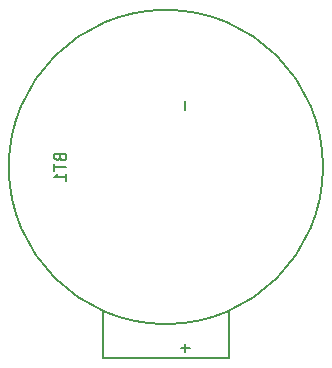
<source format=gbr>
G04 #@! TF.FileFunction,Legend,Bot*
%FSLAX46Y46*%
G04 Gerber Fmt 4.6, Leading zero omitted, Abs format (unit mm)*
G04 Created by KiCad (PCBNEW 4.0.6) date Sat Jun 24 19:56:57 2017*
%MOMM*%
%LPD*%
G01*
G04 APERTURE LIST*
%ADD10C,0.100000*%
%ADD11C,0.150000*%
G04 APERTURE END LIST*
D10*
D11*
X120370600Y-106375200D02*
X120370600Y-102311200D01*
X131102100Y-106362500D02*
X131102100Y-102336600D01*
X131090000Y-106370000D02*
X120370000Y-106370000D01*
X139030000Y-90170000D02*
G75*
G03X139030000Y-90170000I-13300000J0D01*
G01*
X116768571Y-89384286D02*
X116816190Y-89527143D01*
X116863810Y-89574762D01*
X116959048Y-89622381D01*
X117101905Y-89622381D01*
X117197143Y-89574762D01*
X117244762Y-89527143D01*
X117292381Y-89431905D01*
X117292381Y-89050952D01*
X116292381Y-89050952D01*
X116292381Y-89384286D01*
X116340000Y-89479524D01*
X116387619Y-89527143D01*
X116482857Y-89574762D01*
X116578095Y-89574762D01*
X116673333Y-89527143D01*
X116720952Y-89479524D01*
X116768571Y-89384286D01*
X116768571Y-89050952D01*
X116292381Y-89908095D02*
X116292381Y-90479524D01*
X117292381Y-90193809D02*
X116292381Y-90193809D01*
X117292381Y-91336667D02*
X117292381Y-90765238D01*
X117292381Y-91050952D02*
X116292381Y-91050952D01*
X116435238Y-90955714D01*
X116530476Y-90860476D01*
X116578095Y-90765238D01*
X127338129Y-84594748D02*
X127338129Y-85356653D01*
X127376229Y-105117948D02*
X127376229Y-105879853D01*
X127757181Y-105498901D02*
X126995276Y-105498901D01*
M02*

</source>
